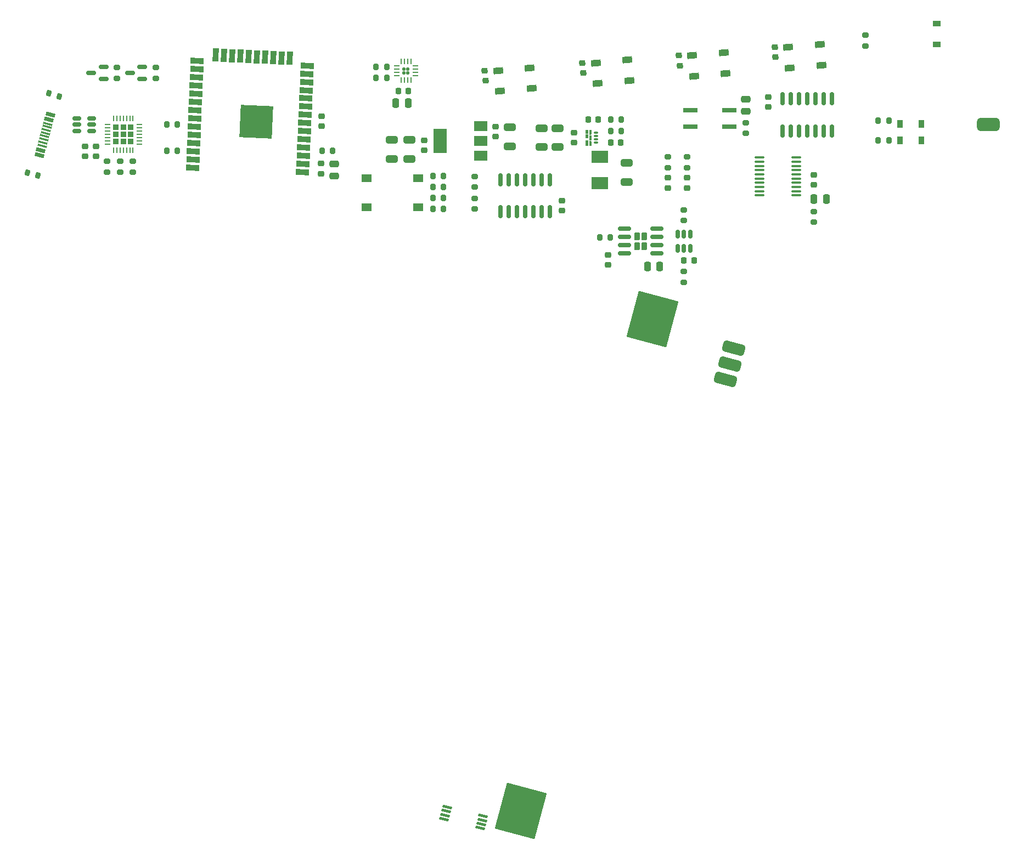
<source format=gtp>
G04 #@! TF.GenerationSoftware,KiCad,Pcbnew,(6.0.5-0)*
G04 #@! TF.CreationDate,2022-11-26T13:27:52+01:00*
G04 #@! TF.ProjectId,Phazor,5068617a-6f72-42e6-9b69-6361645f7063,rev?*
G04 #@! TF.SameCoordinates,Original*
G04 #@! TF.FileFunction,Paste,Top*
G04 #@! TF.FilePolarity,Positive*
%FSLAX46Y46*%
G04 Gerber Fmt 4.6, Leading zero omitted, Abs format (unit mm)*
G04 Created by KiCad (PCBNEW (6.0.5-0)) date 2022-11-26 13:27:52*
%MOMM*%
%LPD*%
G01*
G04 APERTURE LIST*
G04 Aperture macros list*
%AMRoundRect*
0 Rectangle with rounded corners*
0 $1 Rounding radius*
0 $2 $3 $4 $5 $6 $7 $8 $9 X,Y pos of 4 corners*
0 Add a 4 corners polygon primitive as box body*
4,1,4,$2,$3,$4,$5,$6,$7,$8,$9,$2,$3,0*
0 Add four circle primitives for the rounded corners*
1,1,$1+$1,$2,$3*
1,1,$1+$1,$4,$5*
1,1,$1+$1,$6,$7*
1,1,$1+$1,$8,$9*
0 Add four rect primitives between the rounded corners*
20,1,$1+$1,$2,$3,$4,$5,0*
20,1,$1+$1,$4,$5,$6,$7,0*
20,1,$1+$1,$6,$7,$8,$9,0*
20,1,$1+$1,$8,$9,$2,$3,0*%
%AMRotRect*
0 Rectangle, with rotation*
0 The origin of the aperture is its center*
0 $1 length*
0 $2 width*
0 $3 Rotation angle, in degrees counterclockwise*
0 Add horizontal line*
21,1,$1,$2,0,0,$3*%
G04 Aperture macros list end*
%ADD10C,0.010000*%
%ADD11RotRect,7.340000X6.350000X255.000000*%
%ADD12RoundRect,0.200000X-0.200000X-0.275000X0.200000X-0.275000X0.200000X0.275000X-0.200000X0.275000X0*%
%ADD13RoundRect,0.200000X-0.275000X0.200000X-0.275000X-0.200000X0.275000X-0.200000X0.275000X0.200000X0*%
%ADD14R,1.550000X1.300000*%
%ADD15RoundRect,0.250000X-0.650000X0.325000X-0.650000X-0.325000X0.650000X-0.325000X0.650000X0.325000X0*%
%ADD16RoundRect,0.437500X-1.154544X0.762293X-1.381011X-0.082893X1.154544X-0.762293X1.381011X0.082893X0*%
%ADD17R,2.000000X1.500000*%
%ADD18R,2.000000X3.800000*%
%ADD19RoundRect,0.218750X0.256250X-0.218750X0.256250X0.218750X-0.256250X0.218750X-0.256250X-0.218750X0*%
%ADD20RoundRect,0.225000X0.250000X-0.225000X0.250000X0.225000X-0.250000X0.225000X-0.250000X-0.225000X0*%
%ADD21RoundRect,0.225000X-0.250000X0.225000X-0.250000X-0.225000X0.250000X-0.225000X0.250000X0.225000X0*%
%ADD22RoundRect,0.200000X0.275000X-0.200000X0.275000X0.200000X-0.275000X0.200000X-0.275000X-0.200000X0*%
%ADD23R,0.900000X1.200000*%
%ADD24RotRect,1.500000X1.000000X5.000000*%
%ADD25RoundRect,0.200000X0.200000X0.275000X-0.200000X0.275000X-0.200000X-0.275000X0.200000X-0.275000X0*%
%ADD26RoundRect,0.150000X-0.150000X0.512500X-0.150000X-0.512500X0.150000X-0.512500X0.150000X0.512500X0*%
%ADD27RoundRect,0.250000X-0.475000X0.250000X-0.475000X-0.250000X0.475000X-0.250000X0.475000X0.250000X0*%
%ADD28RotRect,0.600000X1.450000X255.000000*%
%ADD29RotRect,0.300000X1.450000X255.000000*%
%ADD30RoundRect,0.225000X0.225000X0.250000X-0.225000X0.250000X-0.225000X-0.250000X0.225000X-0.250000X0*%
%ADD31RoundRect,0.225000X-0.268659X0.202355X-0.229439X-0.245933X0.268659X-0.202355X0.229439X0.245933X0*%
%ADD32RoundRect,0.150000X0.587500X0.150000X-0.587500X0.150000X-0.587500X-0.150000X0.587500X-0.150000X0*%
%ADD33RoundRect,0.250000X0.250000X0.475000X-0.250000X0.475000X-0.250000X-0.475000X0.250000X-0.475000X0*%
%ADD34RoundRect,0.030000X-0.270000X0.095000X-0.270000X-0.095000X0.270000X-0.095000X0.270000X0.095000X0*%
%ADD35RoundRect,0.200000X-0.264360X-0.213866X0.122010X-0.317393X0.264360X0.213866X-0.122010X0.317393X0*%
%ADD36RoundRect,0.500000X1.250000X0.500000X-1.250000X0.500000X-1.250000X-0.500000X1.250000X-0.500000X0*%
%ADD37RoundRect,0.230000X-0.230000X-0.375000X0.230000X-0.375000X0.230000X0.375000X-0.230000X0.375000X0*%
%ADD38RoundRect,0.150000X-0.825000X-0.150000X0.825000X-0.150000X0.825000X0.150000X-0.825000X0.150000X0*%
%ADD39RoundRect,0.250000X0.650000X-0.325000X0.650000X0.325000X-0.650000X0.325000X-0.650000X-0.325000X0*%
%ADD40RoundRect,0.150000X-0.512500X-0.150000X0.512500X-0.150000X0.512500X0.150000X-0.512500X0.150000X0*%
%ADD41RoundRect,0.150000X0.150000X-0.825000X0.150000X0.825000X-0.150000X0.825000X-0.150000X-0.825000X0*%
%ADD42RotRect,2.000000X0.900000X177.500000*%
%ADD43RotRect,2.000000X0.900000X267.500000*%
%ADD44RotRect,5.000000X5.000000X177.500000*%
%ADD45R,2.500000X1.900000*%
%ADD46RoundRect,0.225000X-0.225000X-0.225000X0.225000X-0.225000X0.225000X0.225000X-0.225000X0.225000X0*%
%ADD47RoundRect,0.062500X-0.337500X-0.062500X0.337500X-0.062500X0.337500X0.062500X-0.337500X0.062500X0*%
%ADD48RoundRect,0.062500X-0.062500X-0.337500X0.062500X-0.337500X0.062500X0.337500X-0.062500X0.337500X0*%
%ADD49RoundRect,0.100000X0.642756X-0.057196X-0.594371X0.251255X-0.642756X0.057196X0.594371X-0.251255X0*%
%ADD50RoundRect,0.250000X-0.250000X-0.475000X0.250000X-0.475000X0.250000X0.475000X-0.250000X0.475000X0*%
%ADD51RoundRect,0.125000X-0.125000X-0.125000X0.125000X-0.125000X0.125000X0.125000X-0.125000X0.125000X0*%
%ADD52RoundRect,0.062500X-0.350000X-0.062500X0.350000X-0.062500X0.350000X0.062500X-0.350000X0.062500X0*%
%ADD53RoundRect,0.062500X-0.062500X-0.350000X0.062500X-0.350000X0.062500X0.350000X-0.062500X0.350000X0*%
%ADD54R,1.200000X0.900000*%
%ADD55RoundRect,0.100000X0.637500X0.100000X-0.637500X0.100000X-0.637500X-0.100000X0.637500X-0.100000X0*%
%ADD56RoundRect,0.187500X0.937500X0.187500X-0.937500X0.187500X-0.937500X-0.187500X0.937500X-0.187500X0*%
%ADD57RoundRect,0.150000X-0.150000X0.825000X-0.150000X-0.825000X0.150000X-0.825000X0.150000X0.825000X0*%
G04 APERTURE END LIST*
G36*
X164536520Y-44357479D02*
G01*
X164538520Y-44357479D01*
X164541520Y-44358479D01*
X164543520Y-44358479D01*
X164546520Y-44359479D01*
X164548520Y-44360479D01*
X164551520Y-44361479D01*
X164553520Y-44363479D01*
X164555520Y-44364479D01*
X164557520Y-44366479D01*
X164559520Y-44367479D01*
X164567520Y-44375479D01*
X164568520Y-44377479D01*
X164570520Y-44379479D01*
X164571520Y-44381479D01*
X164573520Y-44383479D01*
X164574520Y-44386479D01*
X164575520Y-44388479D01*
X164576520Y-44391479D01*
X164576520Y-44393479D01*
X164577520Y-44396479D01*
X164577520Y-44398479D01*
X164578520Y-44401479D01*
X164578520Y-44971479D01*
X164577520Y-44974479D01*
X164577520Y-44976479D01*
X164576520Y-44979479D01*
X164576520Y-44981479D01*
X164575520Y-44984479D01*
X164574520Y-44986479D01*
X164573520Y-44989479D01*
X164571520Y-44991479D01*
X164570520Y-44993479D01*
X164568520Y-44995479D01*
X164567520Y-44997479D01*
X164559520Y-45005479D01*
X164557520Y-45006479D01*
X164555520Y-45008479D01*
X164553520Y-45009479D01*
X164551520Y-45011479D01*
X164548520Y-45012479D01*
X164546520Y-45013479D01*
X164543520Y-45014479D01*
X164541520Y-45014479D01*
X164538520Y-45015479D01*
X164536520Y-45015479D01*
X164533520Y-45016479D01*
X164373520Y-45016479D01*
X164370520Y-45015479D01*
X164368520Y-45015479D01*
X164365520Y-45014479D01*
X164363520Y-45014479D01*
X164360520Y-45013479D01*
X164358520Y-45012479D01*
X164355520Y-45011479D01*
X164353520Y-45009479D01*
X164351520Y-45008479D01*
X164349520Y-45006479D01*
X164347520Y-45005479D01*
X164339520Y-44997479D01*
X164338520Y-44995479D01*
X164336520Y-44993479D01*
X164335520Y-44991479D01*
X164333520Y-44989479D01*
X164332520Y-44986479D01*
X164331520Y-44984479D01*
X164330520Y-44981479D01*
X164330520Y-44979479D01*
X164329520Y-44976479D01*
X164329520Y-44974479D01*
X164328520Y-44971479D01*
X164328520Y-44401479D01*
X164329520Y-44398479D01*
X164329520Y-44396479D01*
X164330520Y-44393479D01*
X164330520Y-44391479D01*
X164331520Y-44388479D01*
X164332520Y-44386479D01*
X164333520Y-44383479D01*
X164335520Y-44381479D01*
X164336520Y-44379479D01*
X164338520Y-44377479D01*
X164339520Y-44375479D01*
X164347520Y-44367479D01*
X164349520Y-44366479D01*
X164351520Y-44364479D01*
X164353520Y-44363479D01*
X164355520Y-44361479D01*
X164358520Y-44360479D01*
X164360520Y-44359479D01*
X164363520Y-44358479D01*
X164365520Y-44358479D01*
X164368520Y-44357479D01*
X164370520Y-44357479D01*
X164373520Y-44356479D01*
X164533520Y-44356479D01*
X164536520Y-44357479D01*
G37*
D10*
X164536520Y-44357479D02*
X164538520Y-44357479D01*
X164541520Y-44358479D01*
X164543520Y-44358479D01*
X164546520Y-44359479D01*
X164548520Y-44360479D01*
X164551520Y-44361479D01*
X164553520Y-44363479D01*
X164555520Y-44364479D01*
X164557520Y-44366479D01*
X164559520Y-44367479D01*
X164567520Y-44375479D01*
X164568520Y-44377479D01*
X164570520Y-44379479D01*
X164571520Y-44381479D01*
X164573520Y-44383479D01*
X164574520Y-44386479D01*
X164575520Y-44388479D01*
X164576520Y-44391479D01*
X164576520Y-44393479D01*
X164577520Y-44396479D01*
X164577520Y-44398479D01*
X164578520Y-44401479D01*
X164578520Y-44971479D01*
X164577520Y-44974479D01*
X164577520Y-44976479D01*
X164576520Y-44979479D01*
X164576520Y-44981479D01*
X164575520Y-44984479D01*
X164574520Y-44986479D01*
X164573520Y-44989479D01*
X164571520Y-44991479D01*
X164570520Y-44993479D01*
X164568520Y-44995479D01*
X164567520Y-44997479D01*
X164559520Y-45005479D01*
X164557520Y-45006479D01*
X164555520Y-45008479D01*
X164553520Y-45009479D01*
X164551520Y-45011479D01*
X164548520Y-45012479D01*
X164546520Y-45013479D01*
X164543520Y-45014479D01*
X164541520Y-45014479D01*
X164538520Y-45015479D01*
X164536520Y-45015479D01*
X164533520Y-45016479D01*
X164373520Y-45016479D01*
X164370520Y-45015479D01*
X164368520Y-45015479D01*
X164365520Y-45014479D01*
X164363520Y-45014479D01*
X164360520Y-45013479D01*
X164358520Y-45012479D01*
X164355520Y-45011479D01*
X164353520Y-45009479D01*
X164351520Y-45008479D01*
X164349520Y-45006479D01*
X164347520Y-45005479D01*
X164339520Y-44997479D01*
X164338520Y-44995479D01*
X164336520Y-44993479D01*
X164335520Y-44991479D01*
X164333520Y-44989479D01*
X164332520Y-44986479D01*
X164331520Y-44984479D01*
X164330520Y-44981479D01*
X164330520Y-44979479D01*
X164329520Y-44976479D01*
X164329520Y-44974479D01*
X164328520Y-44971479D01*
X164328520Y-44401479D01*
X164329520Y-44398479D01*
X164329520Y-44396479D01*
X164330520Y-44393479D01*
X164330520Y-44391479D01*
X164331520Y-44388479D01*
X164332520Y-44386479D01*
X164333520Y-44383479D01*
X164335520Y-44381479D01*
X164336520Y-44379479D01*
X164338520Y-44377479D01*
X164339520Y-44375479D01*
X164347520Y-44367479D01*
X164349520Y-44366479D01*
X164351520Y-44364479D01*
X164353520Y-44363479D01*
X164355520Y-44361479D01*
X164358520Y-44360479D01*
X164360520Y-44359479D01*
X164363520Y-44358479D01*
X164365520Y-44358479D01*
X164368520Y-44357479D01*
X164370520Y-44357479D01*
X164373520Y-44356479D01*
X164533520Y-44356479D01*
X164536520Y-44357479D01*
G36*
X164036520Y-45947479D02*
G01*
X164038520Y-45947479D01*
X164041520Y-45948479D01*
X164043520Y-45948479D01*
X164046520Y-45949479D01*
X164048520Y-45950479D01*
X164051520Y-45951479D01*
X164053520Y-45953479D01*
X164055520Y-45954479D01*
X164057520Y-45956479D01*
X164059520Y-45957479D01*
X164067520Y-45965479D01*
X164068520Y-45967479D01*
X164070520Y-45969479D01*
X164071520Y-45971479D01*
X164073520Y-45973479D01*
X164074520Y-45976479D01*
X164075520Y-45978479D01*
X164076520Y-45981479D01*
X164076520Y-45983479D01*
X164077520Y-45986479D01*
X164077520Y-45988479D01*
X164078520Y-45991479D01*
X164078520Y-46701479D01*
X164077520Y-46704479D01*
X164077520Y-46706479D01*
X164076520Y-46709479D01*
X164076520Y-46711479D01*
X164075520Y-46714479D01*
X164074520Y-46716479D01*
X164073520Y-46719479D01*
X164071520Y-46721479D01*
X164070520Y-46723479D01*
X164068520Y-46725479D01*
X164067520Y-46727479D01*
X164059520Y-46735479D01*
X164057520Y-46736479D01*
X164055520Y-46738479D01*
X164053520Y-46739479D01*
X164051520Y-46741479D01*
X164048520Y-46742479D01*
X164046520Y-46743479D01*
X164043520Y-46744479D01*
X164041520Y-46744479D01*
X164038520Y-46745479D01*
X164036520Y-46745479D01*
X164033520Y-46746479D01*
X163823520Y-46746479D01*
X163820520Y-46745479D01*
X163818520Y-46745479D01*
X163815520Y-46744479D01*
X163813520Y-46744479D01*
X163810520Y-46743479D01*
X163808520Y-46742479D01*
X163805520Y-46741479D01*
X163803520Y-46739479D01*
X163801520Y-46738479D01*
X163799520Y-46736479D01*
X163797520Y-46735479D01*
X163789520Y-46727479D01*
X163788520Y-46725479D01*
X163786520Y-46723479D01*
X163785520Y-46721479D01*
X163783520Y-46719479D01*
X163782520Y-46716479D01*
X163781520Y-46714479D01*
X163780520Y-46711479D01*
X163780520Y-46709479D01*
X163779520Y-46706479D01*
X163779520Y-46704479D01*
X163778520Y-46701479D01*
X163778520Y-45991479D01*
X163779520Y-45988479D01*
X163779520Y-45986479D01*
X163780520Y-45983479D01*
X163780520Y-45981479D01*
X163781520Y-45978479D01*
X163782520Y-45976479D01*
X163783520Y-45973479D01*
X163785520Y-45971479D01*
X163786520Y-45969479D01*
X163788520Y-45967479D01*
X163789520Y-45965479D01*
X163797520Y-45957479D01*
X163799520Y-45956479D01*
X163801520Y-45954479D01*
X163803520Y-45953479D01*
X163805520Y-45951479D01*
X163808520Y-45950479D01*
X163810520Y-45949479D01*
X163813520Y-45948479D01*
X163815520Y-45948479D01*
X163818520Y-45947479D01*
X163820520Y-45947479D01*
X163823520Y-45946479D01*
X164033520Y-45946479D01*
X164036520Y-45947479D01*
G37*
X164036520Y-45947479D02*
X164038520Y-45947479D01*
X164041520Y-45948479D01*
X164043520Y-45948479D01*
X164046520Y-45949479D01*
X164048520Y-45950479D01*
X164051520Y-45951479D01*
X164053520Y-45953479D01*
X164055520Y-45954479D01*
X164057520Y-45956479D01*
X164059520Y-45957479D01*
X164067520Y-45965479D01*
X164068520Y-45967479D01*
X164070520Y-45969479D01*
X164071520Y-45971479D01*
X164073520Y-45973479D01*
X164074520Y-45976479D01*
X164075520Y-45978479D01*
X164076520Y-45981479D01*
X164076520Y-45983479D01*
X164077520Y-45986479D01*
X164077520Y-45988479D01*
X164078520Y-45991479D01*
X164078520Y-46701479D01*
X164077520Y-46704479D01*
X164077520Y-46706479D01*
X164076520Y-46709479D01*
X164076520Y-46711479D01*
X164075520Y-46714479D01*
X164074520Y-46716479D01*
X164073520Y-46719479D01*
X164071520Y-46721479D01*
X164070520Y-46723479D01*
X164068520Y-46725479D01*
X164067520Y-46727479D01*
X164059520Y-46735479D01*
X164057520Y-46736479D01*
X164055520Y-46738479D01*
X164053520Y-46739479D01*
X164051520Y-46741479D01*
X164048520Y-46742479D01*
X164046520Y-46743479D01*
X164043520Y-46744479D01*
X164041520Y-46744479D01*
X164038520Y-46745479D01*
X164036520Y-46745479D01*
X164033520Y-46746479D01*
X163823520Y-46746479D01*
X163820520Y-46745479D01*
X163818520Y-46745479D01*
X163815520Y-46744479D01*
X163813520Y-46744479D01*
X163810520Y-46743479D01*
X163808520Y-46742479D01*
X163805520Y-46741479D01*
X163803520Y-46739479D01*
X163801520Y-46738479D01*
X163799520Y-46736479D01*
X163797520Y-46735479D01*
X163789520Y-46727479D01*
X163788520Y-46725479D01*
X163786520Y-46723479D01*
X163785520Y-46721479D01*
X163783520Y-46719479D01*
X163782520Y-46716479D01*
X163781520Y-46714479D01*
X163780520Y-46711479D01*
X163780520Y-46709479D01*
X163779520Y-46706479D01*
X163779520Y-46704479D01*
X163778520Y-46701479D01*
X163778520Y-45991479D01*
X163779520Y-45988479D01*
X163779520Y-45986479D01*
X163780520Y-45983479D01*
X163780520Y-45981479D01*
X163781520Y-45978479D01*
X163782520Y-45976479D01*
X163783520Y-45973479D01*
X163785520Y-45971479D01*
X163786520Y-45969479D01*
X163788520Y-45967479D01*
X163789520Y-45965479D01*
X163797520Y-45957479D01*
X163799520Y-45956479D01*
X163801520Y-45954479D01*
X163803520Y-45953479D01*
X163805520Y-45951479D01*
X163808520Y-45950479D01*
X163810520Y-45949479D01*
X163813520Y-45948479D01*
X163815520Y-45948479D01*
X163818520Y-45947479D01*
X163820520Y-45947479D01*
X163823520Y-45946479D01*
X164033520Y-45946479D01*
X164036520Y-45947479D01*
G36*
X164536520Y-46077479D02*
G01*
X164538520Y-46077479D01*
X164541520Y-46078479D01*
X164543520Y-46078479D01*
X164546520Y-46079479D01*
X164548520Y-46080479D01*
X164551520Y-46081479D01*
X164553520Y-46083479D01*
X164555520Y-46084479D01*
X164557520Y-46086479D01*
X164559520Y-46087479D01*
X164567520Y-46095479D01*
X164568520Y-46097479D01*
X164570520Y-46099479D01*
X164571520Y-46101479D01*
X164573520Y-46103479D01*
X164574520Y-46106479D01*
X164575520Y-46108479D01*
X164576520Y-46111479D01*
X164576520Y-46113479D01*
X164577520Y-46116479D01*
X164577520Y-46118479D01*
X164578520Y-46121479D01*
X164578520Y-46691479D01*
X164577520Y-46694479D01*
X164577520Y-46696479D01*
X164576520Y-46699479D01*
X164576520Y-46701479D01*
X164575520Y-46704479D01*
X164574520Y-46706479D01*
X164573520Y-46709479D01*
X164571520Y-46711479D01*
X164570520Y-46713479D01*
X164568520Y-46715479D01*
X164567520Y-46717479D01*
X164559520Y-46725479D01*
X164557520Y-46726479D01*
X164555520Y-46728479D01*
X164553520Y-46729479D01*
X164551520Y-46731479D01*
X164548520Y-46732479D01*
X164546520Y-46733479D01*
X164543520Y-46734479D01*
X164541520Y-46734479D01*
X164538520Y-46735479D01*
X164536520Y-46735479D01*
X164533520Y-46736479D01*
X164373520Y-46736479D01*
X164370520Y-46735479D01*
X164368520Y-46735479D01*
X164365520Y-46734479D01*
X164363520Y-46734479D01*
X164360520Y-46733479D01*
X164358520Y-46732479D01*
X164355520Y-46731479D01*
X164353520Y-46729479D01*
X164351520Y-46728479D01*
X164349520Y-46726479D01*
X164347520Y-46725479D01*
X164339520Y-46717479D01*
X164338520Y-46715479D01*
X164336520Y-46713479D01*
X164335520Y-46711479D01*
X164333520Y-46709479D01*
X164332520Y-46706479D01*
X164331520Y-46704479D01*
X164330520Y-46701479D01*
X164330520Y-46699479D01*
X164329520Y-46696479D01*
X164329520Y-46694479D01*
X164328520Y-46691479D01*
X164328520Y-46121479D01*
X164329520Y-46118479D01*
X164329520Y-46116479D01*
X164330520Y-46113479D01*
X164330520Y-46111479D01*
X164331520Y-46108479D01*
X164332520Y-46106479D01*
X164333520Y-46103479D01*
X164335520Y-46101479D01*
X164336520Y-46099479D01*
X164338520Y-46097479D01*
X164339520Y-46095479D01*
X164347520Y-46087479D01*
X164349520Y-46086479D01*
X164351520Y-46084479D01*
X164353520Y-46083479D01*
X164355520Y-46081479D01*
X164358520Y-46080479D01*
X164360520Y-46079479D01*
X164363520Y-46078479D01*
X164365520Y-46078479D01*
X164368520Y-46077479D01*
X164370520Y-46077479D01*
X164373520Y-46076479D01*
X164533520Y-46076479D01*
X164536520Y-46077479D01*
G37*
X164536520Y-46077479D02*
X164538520Y-46077479D01*
X164541520Y-46078479D01*
X164543520Y-46078479D01*
X164546520Y-46079479D01*
X164548520Y-46080479D01*
X164551520Y-46081479D01*
X164553520Y-46083479D01*
X164555520Y-46084479D01*
X164557520Y-46086479D01*
X164559520Y-46087479D01*
X164567520Y-46095479D01*
X164568520Y-46097479D01*
X164570520Y-46099479D01*
X164571520Y-46101479D01*
X164573520Y-46103479D01*
X164574520Y-46106479D01*
X164575520Y-46108479D01*
X164576520Y-46111479D01*
X164576520Y-46113479D01*
X164577520Y-46116479D01*
X164577520Y-46118479D01*
X164578520Y-46121479D01*
X164578520Y-46691479D01*
X164577520Y-46694479D01*
X164577520Y-46696479D01*
X164576520Y-46699479D01*
X164576520Y-46701479D01*
X164575520Y-46704479D01*
X164574520Y-46706479D01*
X164573520Y-46709479D01*
X164571520Y-46711479D01*
X164570520Y-46713479D01*
X164568520Y-46715479D01*
X164567520Y-46717479D01*
X164559520Y-46725479D01*
X164557520Y-46726479D01*
X164555520Y-46728479D01*
X164553520Y-46729479D01*
X164551520Y-46731479D01*
X164548520Y-46732479D01*
X164546520Y-46733479D01*
X164543520Y-46734479D01*
X164541520Y-46734479D01*
X164538520Y-46735479D01*
X164536520Y-46735479D01*
X164533520Y-46736479D01*
X164373520Y-46736479D01*
X164370520Y-46735479D01*
X164368520Y-46735479D01*
X164365520Y-46734479D01*
X164363520Y-46734479D01*
X164360520Y-46733479D01*
X164358520Y-46732479D01*
X164355520Y-46731479D01*
X164353520Y-46729479D01*
X164351520Y-46728479D01*
X164349520Y-46726479D01*
X164347520Y-46725479D01*
X164339520Y-46717479D01*
X164338520Y-46715479D01*
X164336520Y-46713479D01*
X164335520Y-46711479D01*
X164333520Y-46709479D01*
X164332520Y-46706479D01*
X164331520Y-46704479D01*
X164330520Y-46701479D01*
X164330520Y-46699479D01*
X164329520Y-46696479D01*
X164329520Y-46694479D01*
X164328520Y-46691479D01*
X164328520Y-46121479D01*
X164329520Y-46118479D01*
X164329520Y-46116479D01*
X164330520Y-46113479D01*
X164330520Y-46111479D01*
X164331520Y-46108479D01*
X164332520Y-46106479D01*
X164333520Y-46103479D01*
X164335520Y-46101479D01*
X164336520Y-46099479D01*
X164338520Y-46097479D01*
X164339520Y-46095479D01*
X164347520Y-46087479D01*
X164349520Y-46086479D01*
X164351520Y-46084479D01*
X164353520Y-46083479D01*
X164355520Y-46081479D01*
X164358520Y-46080479D01*
X164360520Y-46079479D01*
X164363520Y-46078479D01*
X164365520Y-46078479D01*
X164368520Y-46077479D01*
X164370520Y-46077479D01*
X164373520Y-46076479D01*
X164533520Y-46076479D01*
X164536520Y-46077479D01*
G36*
X164036520Y-45022479D02*
G01*
X164038520Y-45022479D01*
X164041520Y-45023479D01*
X164043520Y-45023479D01*
X164046520Y-45024479D01*
X164048520Y-45025479D01*
X164051520Y-45026479D01*
X164053520Y-45028479D01*
X164055520Y-45029479D01*
X164057520Y-45031479D01*
X164059520Y-45032479D01*
X164067520Y-45040479D01*
X164068520Y-45042479D01*
X164070520Y-45044479D01*
X164071520Y-45046479D01*
X164073520Y-45048479D01*
X164074520Y-45051479D01*
X164075520Y-45053479D01*
X164076520Y-45056479D01*
X164076520Y-45058479D01*
X164077520Y-45061479D01*
X164077520Y-45063479D01*
X164078520Y-45066479D01*
X164078520Y-45501479D01*
X164077520Y-45504479D01*
X164077520Y-45506479D01*
X164076520Y-45509479D01*
X164076520Y-45511479D01*
X164075520Y-45514479D01*
X164074520Y-45516479D01*
X164073520Y-45519479D01*
X164071520Y-45521479D01*
X164070520Y-45523479D01*
X164068520Y-45525479D01*
X164067520Y-45527479D01*
X164059520Y-45535479D01*
X164057520Y-45536479D01*
X164055520Y-45538479D01*
X164053520Y-45539479D01*
X164051520Y-45541479D01*
X164048520Y-45542479D01*
X164046520Y-45543479D01*
X164043520Y-45544479D01*
X164041520Y-45544479D01*
X164038520Y-45545479D01*
X164036520Y-45545479D01*
X164033520Y-45546479D01*
X163823520Y-45546479D01*
X163820520Y-45545479D01*
X163818520Y-45545479D01*
X163815520Y-45544479D01*
X163813520Y-45544479D01*
X163810520Y-45543479D01*
X163808520Y-45542479D01*
X163805520Y-45541479D01*
X163803520Y-45539479D01*
X163801520Y-45538479D01*
X163799520Y-45536479D01*
X163797520Y-45535479D01*
X163789520Y-45527479D01*
X163788520Y-45525479D01*
X163786520Y-45523479D01*
X163785520Y-45521479D01*
X163783520Y-45519479D01*
X163782520Y-45516479D01*
X163781520Y-45514479D01*
X163780520Y-45511479D01*
X163780520Y-45509479D01*
X163779520Y-45506479D01*
X163779520Y-45504479D01*
X163778520Y-45501479D01*
X163778520Y-45066479D01*
X163779520Y-45063479D01*
X163779520Y-45061479D01*
X163780520Y-45058479D01*
X163780520Y-45056479D01*
X163781520Y-45053479D01*
X163782520Y-45051479D01*
X163783520Y-45048479D01*
X163785520Y-45046479D01*
X163786520Y-45044479D01*
X163788520Y-45042479D01*
X163789520Y-45040479D01*
X163797520Y-45032479D01*
X163799520Y-45031479D01*
X163801520Y-45029479D01*
X163803520Y-45028479D01*
X163805520Y-45026479D01*
X163808520Y-45025479D01*
X163810520Y-45024479D01*
X163813520Y-45023479D01*
X163815520Y-45023479D01*
X163818520Y-45022479D01*
X163820520Y-45022479D01*
X163823520Y-45021479D01*
X164033520Y-45021479D01*
X164036520Y-45022479D01*
G37*
X164036520Y-45022479D02*
X164038520Y-45022479D01*
X164041520Y-45023479D01*
X164043520Y-45023479D01*
X164046520Y-45024479D01*
X164048520Y-45025479D01*
X164051520Y-45026479D01*
X164053520Y-45028479D01*
X164055520Y-45029479D01*
X164057520Y-45031479D01*
X164059520Y-45032479D01*
X164067520Y-45040479D01*
X164068520Y-45042479D01*
X164070520Y-45044479D01*
X164071520Y-45046479D01*
X164073520Y-45048479D01*
X164074520Y-45051479D01*
X164075520Y-45053479D01*
X164076520Y-45056479D01*
X164076520Y-45058479D01*
X164077520Y-45061479D01*
X164077520Y-45063479D01*
X164078520Y-45066479D01*
X164078520Y-45501479D01*
X164077520Y-45504479D01*
X164077520Y-45506479D01*
X164076520Y-45509479D01*
X164076520Y-45511479D01*
X164075520Y-45514479D01*
X164074520Y-45516479D01*
X164073520Y-45519479D01*
X164071520Y-45521479D01*
X164070520Y-45523479D01*
X164068520Y-45525479D01*
X164067520Y-45527479D01*
X164059520Y-45535479D01*
X164057520Y-45536479D01*
X164055520Y-45538479D01*
X164053520Y-45539479D01*
X164051520Y-45541479D01*
X164048520Y-45542479D01*
X164046520Y-45543479D01*
X164043520Y-45544479D01*
X164041520Y-45544479D01*
X164038520Y-45545479D01*
X164036520Y-45545479D01*
X164033520Y-45546479D01*
X163823520Y-45546479D01*
X163820520Y-45545479D01*
X163818520Y-45545479D01*
X163815520Y-45544479D01*
X163813520Y-45544479D01*
X163810520Y-45543479D01*
X163808520Y-45542479D01*
X163805520Y-45541479D01*
X163803520Y-45539479D01*
X163801520Y-45538479D01*
X163799520Y-45536479D01*
X163797520Y-45535479D01*
X163789520Y-45527479D01*
X163788520Y-45525479D01*
X163786520Y-45523479D01*
X163785520Y-45521479D01*
X163783520Y-45519479D01*
X163782520Y-45516479D01*
X163781520Y-45514479D01*
X163780520Y-45511479D01*
X163780520Y-45509479D01*
X163779520Y-45506479D01*
X163779520Y-45504479D01*
X163778520Y-45501479D01*
X163778520Y-45066479D01*
X163779520Y-45063479D01*
X163779520Y-45061479D01*
X163780520Y-45058479D01*
X163780520Y-45056479D01*
X163781520Y-45053479D01*
X163782520Y-45051479D01*
X163783520Y-45048479D01*
X163785520Y-45046479D01*
X163786520Y-45044479D01*
X163788520Y-45042479D01*
X163789520Y-45040479D01*
X163797520Y-45032479D01*
X163799520Y-45031479D01*
X163801520Y-45029479D01*
X163803520Y-45028479D01*
X163805520Y-45026479D01*
X163808520Y-45025479D01*
X163810520Y-45024479D01*
X163813520Y-45023479D01*
X163815520Y-45023479D01*
X163818520Y-45022479D01*
X163820520Y-45022479D01*
X163823520Y-45021479D01*
X164033520Y-45021479D01*
X164036520Y-45022479D01*
G36*
X164536520Y-45217479D02*
G01*
X164538520Y-45217479D01*
X164541520Y-45218479D01*
X164543520Y-45218479D01*
X164546520Y-45219479D01*
X164548520Y-45220479D01*
X164551520Y-45221479D01*
X164553520Y-45223479D01*
X164555520Y-45224479D01*
X164557520Y-45226479D01*
X164559520Y-45227479D01*
X164567520Y-45235479D01*
X164568520Y-45237479D01*
X164570520Y-45239479D01*
X164571520Y-45241479D01*
X164573520Y-45243479D01*
X164574520Y-45246479D01*
X164575520Y-45248479D01*
X164576520Y-45251479D01*
X164576520Y-45253479D01*
X164577520Y-45256479D01*
X164577520Y-45258479D01*
X164578520Y-45261479D01*
X164578520Y-45831479D01*
X164577520Y-45834479D01*
X164577520Y-45836479D01*
X164576520Y-45839479D01*
X164576520Y-45841479D01*
X164575520Y-45844479D01*
X164574520Y-45846479D01*
X164573520Y-45849479D01*
X164571520Y-45851479D01*
X164570520Y-45853479D01*
X164568520Y-45855479D01*
X164567520Y-45857479D01*
X164559520Y-45865479D01*
X164557520Y-45866479D01*
X164555520Y-45868479D01*
X164553520Y-45869479D01*
X164551520Y-45871479D01*
X164548520Y-45872479D01*
X164546520Y-45873479D01*
X164543520Y-45874479D01*
X164541520Y-45874479D01*
X164538520Y-45875479D01*
X164536520Y-45875479D01*
X164533520Y-45876479D01*
X164373520Y-45876479D01*
X164370520Y-45875479D01*
X164368520Y-45875479D01*
X164365520Y-45874479D01*
X164363520Y-45874479D01*
X164360520Y-45873479D01*
X164358520Y-45872479D01*
X164355520Y-45871479D01*
X164353520Y-45869479D01*
X164351520Y-45868479D01*
X164349520Y-45866479D01*
X164347520Y-45865479D01*
X164339520Y-45857479D01*
X164338520Y-45855479D01*
X164336520Y-45853479D01*
X164335520Y-45851479D01*
X164333520Y-45849479D01*
X164332520Y-45846479D01*
X164331520Y-45844479D01*
X164330520Y-45841479D01*
X164330520Y-45839479D01*
X164329520Y-45836479D01*
X164329520Y-45834479D01*
X164328520Y-45831479D01*
X164328520Y-45261479D01*
X164329520Y-45258479D01*
X164329520Y-45256479D01*
X164330520Y-45253479D01*
X164330520Y-45251479D01*
X164331520Y-45248479D01*
X164332520Y-45246479D01*
X164333520Y-45243479D01*
X164335520Y-45241479D01*
X164336520Y-45239479D01*
X164338520Y-45237479D01*
X164339520Y-45235479D01*
X164347520Y-45227479D01*
X164349520Y-45226479D01*
X164351520Y-45224479D01*
X164353520Y-45223479D01*
X164355520Y-45221479D01*
X164358520Y-45220479D01*
X164360520Y-45219479D01*
X164363520Y-45218479D01*
X164365520Y-45218479D01*
X164368520Y-45217479D01*
X164370520Y-45217479D01*
X164373520Y-45216479D01*
X164533520Y-45216479D01*
X164536520Y-45217479D01*
G37*
X164536520Y-45217479D02*
X164538520Y-45217479D01*
X164541520Y-45218479D01*
X164543520Y-45218479D01*
X164546520Y-45219479D01*
X164548520Y-45220479D01*
X164551520Y-45221479D01*
X164553520Y-45223479D01*
X164555520Y-45224479D01*
X164557520Y-45226479D01*
X164559520Y-45227479D01*
X164567520Y-45235479D01*
X164568520Y-45237479D01*
X164570520Y-45239479D01*
X164571520Y-45241479D01*
X164573520Y-45243479D01*
X164574520Y-45246479D01*
X164575520Y-45248479D01*
X164576520Y-45251479D01*
X164576520Y-45253479D01*
X164577520Y-45256479D01*
X164577520Y-45258479D01*
X164578520Y-45261479D01*
X164578520Y-45831479D01*
X164577520Y-45834479D01*
X164577520Y-45836479D01*
X164576520Y-45839479D01*
X164576520Y-45841479D01*
X164575520Y-45844479D01*
X164574520Y-45846479D01*
X164573520Y-45849479D01*
X164571520Y-45851479D01*
X164570520Y-45853479D01*
X164568520Y-45855479D01*
X164567520Y-45857479D01*
X164559520Y-45865479D01*
X164557520Y-45866479D01*
X164555520Y-45868479D01*
X164553520Y-45869479D01*
X164551520Y-45871479D01*
X164548520Y-45872479D01*
X164546520Y-45873479D01*
X164543520Y-45874479D01*
X164541520Y-45874479D01*
X164538520Y-45875479D01*
X164536520Y-45875479D01*
X164533520Y-45876479D01*
X164373520Y-45876479D01*
X164370520Y-45875479D01*
X164368520Y-45875479D01*
X164365520Y-45874479D01*
X164363520Y-45874479D01*
X164360520Y-45873479D01*
X164358520Y-45872479D01*
X164355520Y-45871479D01*
X164353520Y-45869479D01*
X164351520Y-45868479D01*
X164349520Y-45866479D01*
X164347520Y-45865479D01*
X164339520Y-45857479D01*
X164338520Y-45855479D01*
X164336520Y-45853479D01*
X164335520Y-45851479D01*
X164333520Y-45849479D01*
X164332520Y-45846479D01*
X164331520Y-45844479D01*
X164330520Y-45841479D01*
X164330520Y-45839479D01*
X164329520Y-45836479D01*
X164329520Y-45834479D01*
X164328520Y-45831479D01*
X164328520Y-45261479D01*
X164329520Y-45258479D01*
X164329520Y-45256479D01*
X164330520Y-45253479D01*
X164330520Y-45251479D01*
X164331520Y-45248479D01*
X164332520Y-45246479D01*
X164333520Y-45243479D01*
X164335520Y-45241479D01*
X164336520Y-45239479D01*
X164338520Y-45237479D01*
X164339520Y-45235479D01*
X164347520Y-45227479D01*
X164349520Y-45226479D01*
X164351520Y-45224479D01*
X164353520Y-45223479D01*
X164355520Y-45221479D01*
X164358520Y-45220479D01*
X164360520Y-45219479D01*
X164363520Y-45218479D01*
X164365520Y-45218479D01*
X164368520Y-45217479D01*
X164370520Y-45217479D01*
X164373520Y-45216479D01*
X164533520Y-45216479D01*
X164536520Y-45217479D01*
G36*
X164038520Y-44347479D02*
G01*
X164041520Y-44347479D01*
X164043520Y-44348479D01*
X164046520Y-44349479D01*
X164048520Y-44350479D01*
X164051520Y-44351479D01*
X164053520Y-44352479D01*
X164055520Y-44354479D01*
X164057520Y-44355479D01*
X164059520Y-44357479D01*
X164061520Y-44358479D01*
X164067520Y-44364479D01*
X164068520Y-44366479D01*
X164070520Y-44368479D01*
X164071520Y-44371479D01*
X164073520Y-44373479D01*
X164074520Y-44375479D01*
X164075520Y-44378479D01*
X164076520Y-44380479D01*
X164076520Y-44383479D01*
X164077520Y-44385479D01*
X164077520Y-44388479D01*
X164078520Y-44390479D01*
X164078520Y-44826479D01*
X164077520Y-44828479D01*
X164077520Y-44831479D01*
X164076520Y-44833479D01*
X164076520Y-44836479D01*
X164075520Y-44838479D01*
X164074520Y-44841479D01*
X164073520Y-44843479D01*
X164071520Y-44845479D01*
X164070520Y-44848479D01*
X164068520Y-44850479D01*
X164067520Y-44852479D01*
X164061520Y-44858479D01*
X164059520Y-44859479D01*
X164057520Y-44861479D01*
X164055520Y-44862479D01*
X164053520Y-44864479D01*
X164051520Y-44865479D01*
X164048520Y-44866479D01*
X164046520Y-44867479D01*
X164043520Y-44868479D01*
X164041520Y-44869479D01*
X164038520Y-44869479D01*
X164036520Y-44870479D01*
X164031520Y-44870479D01*
X164028520Y-44871479D01*
X163828520Y-44871479D01*
X163825520Y-44870479D01*
X163820520Y-44870479D01*
X163818520Y-44869479D01*
X163815520Y-44869479D01*
X163813520Y-44868479D01*
X163810520Y-44867479D01*
X163808520Y-44866479D01*
X163805520Y-44865479D01*
X163803520Y-44864479D01*
X163801520Y-44862479D01*
X163799520Y-44861479D01*
X163797520Y-44859479D01*
X163795520Y-44858479D01*
X163789520Y-44852479D01*
X163788520Y-44850479D01*
X163786520Y-44848479D01*
X163785520Y-44845479D01*
X163783520Y-44843479D01*
X163782520Y-44841479D01*
X163781520Y-44838479D01*
X163780520Y-44836479D01*
X163780520Y-44833479D01*
X163779520Y-44831479D01*
X163779520Y-44828479D01*
X163778520Y-44826479D01*
X163778520Y-44390479D01*
X163779520Y-44388479D01*
X163779520Y-44385479D01*
X163780520Y-44383479D01*
X163780520Y-44380479D01*
X163781520Y-44378479D01*
X163782520Y-44375479D01*
X163783520Y-44373479D01*
X163785520Y-44371479D01*
X163786520Y-44368479D01*
X163788520Y-44366479D01*
X163789520Y-44364479D01*
X163795520Y-44358479D01*
X163797520Y-44357479D01*
X163799520Y-44355479D01*
X163801520Y-44354479D01*
X163803520Y-44352479D01*
X163805520Y-44351479D01*
X163808520Y-44350479D01*
X163810520Y-44349479D01*
X163813520Y-44348479D01*
X163815520Y-44347479D01*
X163818520Y-44347479D01*
X163820520Y-44346479D01*
X164036520Y-44346479D01*
X164038520Y-44347479D01*
G37*
X164038520Y-44347479D02*
X164041520Y-44347479D01*
X164043520Y-44348479D01*
X164046520Y-44349479D01*
X164048520Y-44350479D01*
X164051520Y-44351479D01*
X164053520Y-44352479D01*
X164055520Y-44354479D01*
X164057520Y-44355479D01*
X164059520Y-44357479D01*
X164061520Y-44358479D01*
X164067520Y-44364479D01*
X164068520Y-44366479D01*
X164070520Y-44368479D01*
X164071520Y-44371479D01*
X164073520Y-44373479D01*
X164074520Y-44375479D01*
X164075520Y-44378479D01*
X164076520Y-44380479D01*
X164076520Y-44383479D01*
X164077520Y-44385479D01*
X164077520Y-44388479D01*
X164078520Y-44390479D01*
X164078520Y-44826479D01*
X164077520Y-44828479D01*
X164077520Y-44831479D01*
X164076520Y-44833479D01*
X164076520Y-44836479D01*
X164075520Y-44838479D01*
X164074520Y-44841479D01*
X164073520Y-44843479D01*
X164071520Y-44845479D01*
X164070520Y-44848479D01*
X164068520Y-44850479D01*
X164067520Y-44852479D01*
X164061520Y-44858479D01*
X164059520Y-44859479D01*
X164057520Y-44861479D01*
X164055520Y-44862479D01*
X164053520Y-44864479D01*
X164051520Y-44865479D01*
X164048520Y-44866479D01*
X164046520Y-44867479D01*
X164043520Y-44868479D01*
X164041520Y-44869479D01*
X164038520Y-44869479D01*
X164036520Y-44870479D01*
X164031520Y-44870479D01*
X164028520Y-44871479D01*
X163828520Y-44871479D01*
X163825520Y-44870479D01*
X163820520Y-44870479D01*
X163818520Y-44869479D01*
X163815520Y-44869479D01*
X163813520Y-44868479D01*
X163810520Y-44867479D01*
X163808520Y-44866479D01*
X163805520Y-44865479D01*
X163803520Y-44864479D01*
X163801520Y-44862479D01*
X163799520Y-44861479D01*
X163797520Y-44859479D01*
X163795520Y-44858479D01*
X163789520Y-44852479D01*
X163788520Y-44850479D01*
X163786520Y-44848479D01*
X163785520Y-44845479D01*
X163783520Y-44843479D01*
X163782520Y-44841479D01*
X163781520Y-44838479D01*
X163780520Y-44836479D01*
X163780520Y-44833479D01*
X163779520Y-44831479D01*
X163779520Y-44828479D01*
X163778520Y-44826479D01*
X163778520Y-44390479D01*
X163779520Y-44388479D01*
X163779520Y-44385479D01*
X163780520Y-44383479D01*
X163780520Y-44380479D01*
X163781520Y-44378479D01*
X163782520Y-44375479D01*
X163783520Y-44373479D01*
X163785520Y-44371479D01*
X163786520Y-44368479D01*
X163788520Y-44366479D01*
X163789520Y-44364479D01*
X163795520Y-44358479D01*
X163797520Y-44357479D01*
X163799520Y-44355479D01*
X163801520Y-44354479D01*
X163803520Y-44352479D01*
X163805520Y-44351479D01*
X163808520Y-44350479D01*
X163810520Y-44349479D01*
X163813520Y-44348479D01*
X163815520Y-44347479D01*
X163818520Y-44347479D01*
X163820520Y-44346479D01*
X164036520Y-44346479D01*
X164038520Y-44347479D01*
D11*
X174132873Y-73556617D03*
X153774167Y-149536343D03*
D12*
X167628520Y-42796479D03*
X169278520Y-42796479D03*
D13*
X146653520Y-54921480D03*
X146653520Y-56571480D03*
D14*
X137928520Y-51796480D03*
X129978520Y-51796480D03*
X129978520Y-56296480D03*
X137928520Y-56296480D03*
D15*
X152053520Y-43971479D03*
X152053520Y-46921479D03*
D16*
X185352952Y-82914815D03*
X186000000Y-80500000D03*
X186647048Y-78085185D03*
D12*
X208903520Y-45946480D03*
X210553520Y-45946480D03*
D17*
X147603520Y-48346480D03*
D18*
X141303520Y-46046480D03*
D17*
X147603520Y-46046480D03*
X147603520Y-43746480D03*
D19*
X176453520Y-53333980D03*
X176453520Y-51758980D03*
D12*
X99128520Y-43546480D03*
X100778520Y-43546480D03*
D20*
X198953520Y-52821480D03*
X198953520Y-51271480D03*
D21*
X167253520Y-63671480D03*
X167253520Y-65221480D03*
D22*
X206953520Y-31371480D03*
X206953520Y-29721480D03*
D23*
X212253520Y-45946480D03*
X215553520Y-45946480D03*
D12*
X131428520Y-36346480D03*
X133078520Y-36346480D03*
D24*
X150282793Y-35187632D03*
X150561691Y-38375455D03*
X155443045Y-37948392D03*
X155164147Y-34760569D03*
D25*
X210553520Y-42946480D03*
X208903520Y-42946480D03*
D24*
X180220177Y-32875528D03*
X180499075Y-36063351D03*
X185380429Y-35636288D03*
X185101531Y-32448465D03*
D26*
X179903520Y-60408980D03*
X178953520Y-60408980D03*
X178003520Y-60408980D03*
X178003520Y-62683980D03*
X178953520Y-62683980D03*
X179903520Y-62683980D03*
D22*
X91453520Y-36371480D03*
X91453520Y-34721480D03*
D15*
X156953520Y-44071479D03*
X156953520Y-47021479D03*
D27*
X124953520Y-49596480D03*
X124953520Y-51496480D03*
D15*
X159453520Y-44071479D03*
X159453520Y-47021479D03*
D25*
X141853520Y-53196480D03*
X140203520Y-53196480D03*
D28*
X81201852Y-41954144D03*
X80994797Y-42726885D03*
D29*
X80684214Y-43885996D03*
X80425395Y-44851922D03*
X80295985Y-45334884D03*
X80037166Y-46300810D03*
D28*
X79726583Y-47459921D03*
X79519528Y-48232662D03*
X79519528Y-48232662D03*
X79726583Y-47459921D03*
D29*
X79907757Y-46783773D03*
X80166576Y-45817847D03*
X80554804Y-44368959D03*
X80813623Y-43403033D03*
D28*
X80994797Y-42726885D03*
X81201852Y-41954144D03*
D30*
X136428520Y-38346481D03*
X134878520Y-38346481D03*
D13*
X176453520Y-48521480D03*
X176453520Y-50171480D03*
D12*
X99128520Y-47546480D03*
X100778520Y-47546480D03*
D31*
X148225340Y-35191967D03*
X148360432Y-36736069D03*
D25*
X167578520Y-60946480D03*
X165928520Y-60946480D03*
D32*
X95391020Y-36496480D03*
X95391020Y-34596480D03*
X93516020Y-35546480D03*
D12*
X140203521Y-56596480D03*
X141853521Y-56596480D03*
D33*
X136403520Y-40246480D03*
X134503520Y-40246480D03*
D34*
X165368520Y-44796479D03*
X165368520Y-45296479D03*
X165368520Y-45796479D03*
X165368520Y-46296479D03*
D35*
X80956631Y-38732954D03*
X82550409Y-39160006D03*
D21*
X161953520Y-44771479D03*
X161953520Y-46321479D03*
D36*
X225953520Y-43546480D03*
D30*
X169228520Y-46296479D03*
X167678520Y-46296479D03*
D13*
X89953520Y-49221480D03*
X89953520Y-50871480D03*
D37*
X171708520Y-60791481D03*
X172848520Y-62291481D03*
X171708520Y-62291481D03*
X172848520Y-60791481D03*
D38*
X169803520Y-59636481D03*
X169803520Y-60906481D03*
X169803520Y-62176481D03*
X169803520Y-63446481D03*
X174753520Y-63446481D03*
X174753520Y-62176481D03*
X174753520Y-60906481D03*
X174753520Y-59636481D03*
D31*
X178162725Y-32879864D03*
X178297817Y-34423966D03*
D13*
X198953520Y-56971480D03*
X198953520Y-58621480D03*
D31*
X192969803Y-31583646D03*
X193104895Y-33127748D03*
D22*
X178953520Y-67871480D03*
X178953520Y-66221480D03*
D15*
X136553520Y-45871480D03*
X136553520Y-48821480D03*
D39*
X170153520Y-52421479D03*
X170153520Y-49471479D03*
D25*
X169278520Y-44546479D03*
X167628520Y-44546479D03*
D13*
X146653520Y-51521480D03*
X146653520Y-53171480D03*
X188453520Y-43221480D03*
X188453520Y-44871480D03*
D40*
X85316020Y-42596480D03*
X85316020Y-43546480D03*
X85316020Y-44496480D03*
X87591020Y-44496480D03*
X87591020Y-43546480D03*
X87591020Y-42596480D03*
D41*
X194143520Y-44521480D03*
X195413520Y-44521480D03*
X196683520Y-44521480D03*
X197953520Y-44521480D03*
X199223520Y-44521480D03*
X200493520Y-44521480D03*
X201763520Y-44521480D03*
X201763520Y-39571480D03*
X200493520Y-39571480D03*
X199223520Y-39571480D03*
X197953520Y-39571480D03*
X196683520Y-39571480D03*
X195413520Y-39571480D03*
X194143520Y-39571480D03*
D31*
X163282420Y-33999303D03*
X163417512Y-35543405D03*
D42*
X120121409Y-50914388D03*
X120176805Y-49645597D03*
X120232202Y-48376805D03*
X120287599Y-47108014D03*
X120342995Y-45839223D03*
X120398392Y-44570432D03*
X120453789Y-43301640D03*
X120509185Y-42032849D03*
X120564582Y-40764058D03*
X120619978Y-39495267D03*
X120675375Y-38226475D03*
X120730772Y-36957684D03*
X120786168Y-35688893D03*
X120841565Y-34420102D03*
D43*
X118102835Y-33299574D03*
X116834044Y-33244177D03*
X115565253Y-33188780D03*
X114296461Y-33133384D03*
X113027670Y-33077987D03*
X111758879Y-33022590D03*
X110490088Y-32967194D03*
X109221296Y-32911797D03*
X107952505Y-32856401D03*
X106683714Y-32801004D03*
D42*
X103857745Y-33678572D03*
X103802349Y-34947363D03*
X103746952Y-36216155D03*
X103691555Y-37484946D03*
X103636159Y-38753737D03*
X103580762Y-40022528D03*
X103525365Y-41291320D03*
X103469969Y-42560111D03*
X103414572Y-43828902D03*
X103359176Y-45097693D03*
X103303779Y-46366485D03*
X103248382Y-47635276D03*
X103192986Y-48904067D03*
X103137589Y-50172858D03*
D44*
X112955693Y-43094381D03*
D24*
X165339873Y-33994968D03*
X165618771Y-37182791D03*
X170500125Y-36755728D03*
X170221227Y-33567905D03*
D15*
X133853522Y-45871480D03*
X133853522Y-48821480D03*
D45*
X165953520Y-52596480D03*
X165953520Y-48496480D03*
D46*
X92453520Y-46166480D03*
X93573520Y-45046480D03*
X91333520Y-46166480D03*
X92453520Y-45046480D03*
X93573520Y-43926480D03*
X91333520Y-45046480D03*
X93573520Y-46166480D03*
X92453520Y-43926480D03*
X91333520Y-43926480D03*
D47*
X90003520Y-43546480D03*
X90003520Y-44046480D03*
X90003520Y-44546480D03*
X90003520Y-45046480D03*
X90003520Y-45546480D03*
X90003520Y-46046480D03*
X90003520Y-46546480D03*
D48*
X90953520Y-47496480D03*
X91453520Y-47496480D03*
X91953520Y-47496480D03*
X92453520Y-47496480D03*
X92953520Y-47496480D03*
X93453520Y-47496480D03*
X93953520Y-47496480D03*
D47*
X94903520Y-46546480D03*
X94903520Y-46046480D03*
X94903520Y-45546480D03*
X94903520Y-45046480D03*
X94903520Y-44546480D03*
X94903520Y-44046480D03*
X94903520Y-43546480D03*
D48*
X93953520Y-42596480D03*
X93453520Y-42596480D03*
X92953520Y-42596480D03*
X92453520Y-42596480D03*
X91953520Y-42596480D03*
X91453520Y-42596480D03*
X90953520Y-42596480D03*
D20*
X160110374Y-56821480D03*
X160110374Y-55271480D03*
D22*
X178953520Y-58371480D03*
X178953520Y-56721480D03*
D21*
X191953520Y-39271480D03*
X191953520Y-40821480D03*
D30*
X165728520Y-42796479D03*
X164178520Y-42796479D03*
D49*
X147495118Y-152185020D03*
X147652367Y-151554328D03*
X147809616Y-150923635D03*
X147966865Y-150292943D03*
X142411922Y-148907940D03*
X142254673Y-149538632D03*
X142097424Y-150169325D03*
X141940175Y-150800017D03*
D21*
X149853521Y-43871479D03*
X149853521Y-45421479D03*
X123053520Y-42246480D03*
X123053520Y-43796480D03*
X122953520Y-49546480D03*
X122953520Y-51096480D03*
D50*
X199003520Y-55046480D03*
X200903520Y-55046480D03*
D35*
X77656631Y-50932954D03*
X79250409Y-51360006D03*
D19*
X179453520Y-53333980D03*
X179453520Y-51758980D03*
D32*
X89391020Y-36496480D03*
X89391020Y-34596480D03*
X87516020Y-35546480D03*
D51*
X135743520Y-35556480D03*
X135743520Y-34936480D03*
X136363520Y-35556480D03*
X136363520Y-34936480D03*
D52*
X134616020Y-34496480D03*
X134616020Y-34996480D03*
X134616020Y-35496480D03*
X134616020Y-35996480D03*
D53*
X135303520Y-36683980D03*
X135803520Y-36683980D03*
X136303520Y-36683980D03*
X136803520Y-36683980D03*
D52*
X137491020Y-35996480D03*
X137491020Y-35496480D03*
X137491020Y-34996480D03*
X137491020Y-34496480D03*
D53*
X136803520Y-33808980D03*
X136303520Y-33808980D03*
X135803520Y-33808980D03*
X135303520Y-33808980D03*
D12*
X131428520Y-34646479D03*
X133078520Y-34646479D03*
D54*
X217953520Y-31196480D03*
X217953520Y-27896480D03*
D33*
X175203519Y-65446480D03*
X173303519Y-65446480D03*
D12*
X140203520Y-54896480D03*
X141853520Y-54896480D03*
D22*
X91953519Y-50871480D03*
X91953519Y-49221480D03*
D13*
X179453520Y-48521480D03*
X179453520Y-50171480D03*
D55*
X196316020Y-54471480D03*
X196316020Y-53821480D03*
X196316020Y-53171480D03*
X196316020Y-52521480D03*
X196316020Y-51871480D03*
X196316020Y-51221480D03*
X196316020Y-50571480D03*
X196316020Y-49921480D03*
X196316020Y-49271480D03*
X196316020Y-48621480D03*
X190591020Y-48621480D03*
X190591020Y-49271480D03*
X190591020Y-49921480D03*
X190591020Y-50571480D03*
X190591020Y-51221480D03*
X190591020Y-51871480D03*
X190591020Y-52521480D03*
X190591020Y-53171480D03*
X190591020Y-53821480D03*
X190591020Y-54471480D03*
D23*
X215553520Y-43446480D03*
X212253520Y-43446480D03*
D21*
X138853520Y-45971480D03*
X138853520Y-47521480D03*
D25*
X124778520Y-47546480D03*
X123128520Y-47546480D03*
D20*
X88253520Y-48421480D03*
X88253520Y-46871480D03*
D56*
X179953520Y-41276480D03*
X179953520Y-43816480D03*
X185953520Y-43816480D03*
X185953520Y-41276480D03*
D30*
X180503520Y-64546480D03*
X178953520Y-64546480D03*
D20*
X86553520Y-48421480D03*
X86553520Y-46871480D03*
D13*
X97453520Y-34721480D03*
X97453520Y-36371480D03*
D57*
X158263520Y-52071480D03*
X156993520Y-52071480D03*
X155723520Y-52071480D03*
X154453520Y-52071480D03*
X153183520Y-52071480D03*
X151913520Y-52071480D03*
X150643520Y-52071480D03*
X150643520Y-57021480D03*
X151913520Y-57021480D03*
X153183520Y-57021480D03*
X154453520Y-57021480D03*
X155723520Y-57021480D03*
X156993520Y-57021480D03*
X158263520Y-57021480D03*
D22*
X93953520Y-50871480D03*
X93953520Y-49221480D03*
D25*
X141853520Y-51496480D03*
X140203520Y-51496480D03*
D24*
X195027254Y-31579311D03*
X195306152Y-34767134D03*
X200187506Y-34340071D03*
X199908608Y-31152248D03*
D27*
X188453521Y-39596480D03*
X188453521Y-41496480D03*
M02*

</source>
